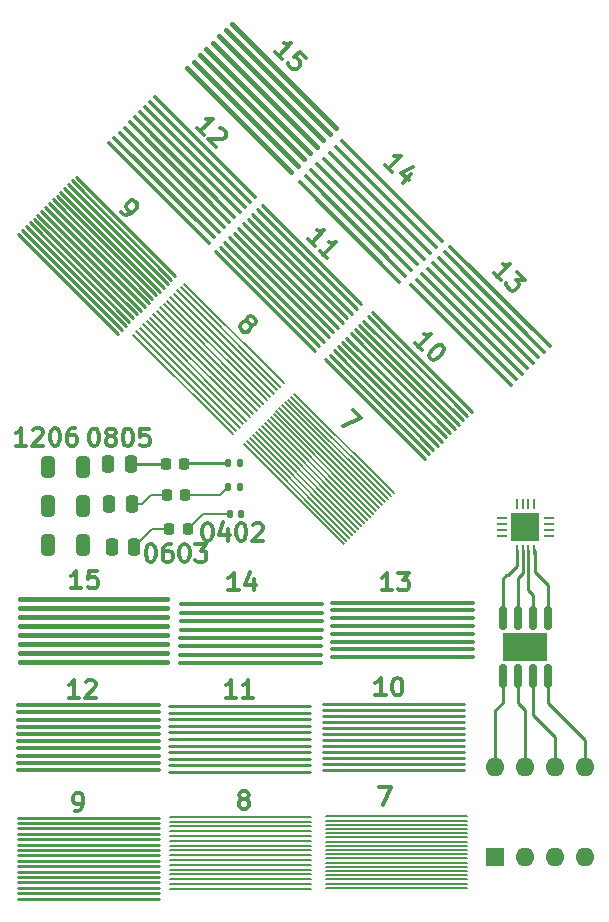
<source format=gbr>
%TF.GenerationSoftware,KiCad,Pcbnew,(6.0.1)*%
%TF.CreationDate,2023-03-31T22:37:06-07:00*%
%TF.ProjectId,test_pcb,74657374-5f70-4636-922e-6b696361645f,rev?*%
%TF.SameCoordinates,Original*%
%TF.FileFunction,Copper,L1,Top*%
%TF.FilePolarity,Positive*%
%FSLAX46Y46*%
G04 Gerber Fmt 4.6, Leading zero omitted, Abs format (unit mm)*
G04 Created by KiCad (PCBNEW (6.0.1)) date 2023-03-31 22:37:06*
%MOMM*%
%LPD*%
G01*
G04 APERTURE LIST*
G04 Aperture macros list*
%AMRoundRect*
0 Rectangle with rounded corners*
0 $1 Rounding radius*
0 $2 $3 $4 $5 $6 $7 $8 $9 X,Y pos of 4 corners*
0 Add a 4 corners polygon primitive as box body*
4,1,4,$2,$3,$4,$5,$6,$7,$8,$9,$2,$3,0*
0 Add four circle primitives for the rounded corners*
1,1,$1+$1,$2,$3*
1,1,$1+$1,$4,$5*
1,1,$1+$1,$6,$7*
1,1,$1+$1,$8,$9*
0 Add four rect primitives between the rounded corners*
20,1,$1+$1,$2,$3,$4,$5,0*
20,1,$1+$1,$4,$5,$6,$7,0*
20,1,$1+$1,$6,$7,$8,$9,0*
20,1,$1+$1,$8,$9,$2,$3,0*%
G04 Aperture macros list end*
%ADD10C,0.300000*%
%TA.AperFunction,NonConductor*%
%ADD11C,0.300000*%
%TD*%
%TA.AperFunction,SMDPad,CuDef*%
%ADD12RoundRect,0.250000X-0.325000X-0.650000X0.325000X-0.650000X0.325000X0.650000X-0.325000X0.650000X0*%
%TD*%
%TA.AperFunction,SMDPad,CuDef*%
%ADD13RoundRect,0.140000X-0.140000X-0.170000X0.140000X-0.170000X0.140000X0.170000X-0.140000X0.170000X0*%
%TD*%
%TA.AperFunction,SMDPad,CuDef*%
%ADD14RoundRect,0.225000X-0.225000X-0.250000X0.225000X-0.250000X0.225000X0.250000X-0.225000X0.250000X0*%
%TD*%
%TA.AperFunction,SMDPad,CuDef*%
%ADD15RoundRect,0.250000X-0.250000X-0.475000X0.250000X-0.475000X0.250000X0.475000X-0.250000X0.475000X0*%
%TD*%
%TA.AperFunction,SMDPad,CuDef*%
%ADD16RoundRect,0.062500X0.062500X-0.337500X0.062500X0.337500X-0.062500X0.337500X-0.062500X-0.337500X0*%
%TD*%
%TA.AperFunction,SMDPad,CuDef*%
%ADD17RoundRect,0.062500X0.337500X-0.062500X0.337500X0.062500X-0.337500X0.062500X-0.337500X-0.062500X0*%
%TD*%
%TA.AperFunction,SMDPad,CuDef*%
%ADD18R,2.450000X2.450000*%
%TD*%
%TA.AperFunction,SMDPad,CuDef*%
%ADD19RoundRect,0.150000X0.150000X-0.825000X0.150000X0.825000X-0.150000X0.825000X-0.150000X-0.825000X0*%
%TD*%
%TA.AperFunction,SMDPad,CuDef*%
%ADD20R,3.810000X2.410000*%
%TD*%
%TA.AperFunction,ComponentPad*%
%ADD21R,1.600000X1.600000*%
%TD*%
%TA.AperFunction,ComponentPad*%
%ADD22O,1.600000X1.600000*%
%TD*%
%TA.AperFunction,Conductor*%
%ADD23C,0.200000*%
%TD*%
%TA.AperFunction,Conductor*%
%ADD24C,0.381000*%
%TD*%
%TA.AperFunction,Conductor*%
%ADD25C,0.355600*%
%TD*%
%TA.AperFunction,Conductor*%
%ADD26C,0.330200*%
%TD*%
%TA.AperFunction,Conductor*%
%ADD27C,0.228600*%
%TD*%
%TA.AperFunction,Conductor*%
%ADD28C,0.203200*%
%TD*%
%TA.AperFunction,Conductor*%
%ADD29C,0.304800*%
%TD*%
%TA.AperFunction,Conductor*%
%ADD30C,0.279400*%
%TD*%
%TA.AperFunction,Conductor*%
%ADD31C,0.177800*%
%TD*%
%TA.AperFunction,Conductor*%
%ADD32C,0.254000*%
%TD*%
%TA.AperFunction,Conductor*%
%ADD33C,0.250000*%
%TD*%
G04 APERTURE END LIST*
D10*
D11*
X26977052Y-49275833D02*
X27119909Y-49275833D01*
X27262766Y-49347262D01*
X27334195Y-49418690D01*
X27405623Y-49561547D01*
X27477052Y-49847262D01*
X27477052Y-50204404D01*
X27405623Y-50490119D01*
X27334195Y-50632976D01*
X27262766Y-50704404D01*
X27119909Y-50775833D01*
X26977052Y-50775833D01*
X26834195Y-50704404D01*
X26762766Y-50632976D01*
X26691338Y-50490119D01*
X26619909Y-50204404D01*
X26619909Y-49847262D01*
X26691338Y-49561547D01*
X26762766Y-49418690D01*
X26834195Y-49347262D01*
X26977052Y-49275833D01*
X28334195Y-49918690D02*
X28191338Y-49847262D01*
X28119909Y-49775833D01*
X28048480Y-49632976D01*
X28048480Y-49561547D01*
X28119909Y-49418690D01*
X28191338Y-49347262D01*
X28334195Y-49275833D01*
X28619909Y-49275833D01*
X28762766Y-49347262D01*
X28834195Y-49418690D01*
X28905623Y-49561547D01*
X28905623Y-49632976D01*
X28834195Y-49775833D01*
X28762766Y-49847262D01*
X28619909Y-49918690D01*
X28334195Y-49918690D01*
X28191338Y-49990119D01*
X28119909Y-50061547D01*
X28048480Y-50204404D01*
X28048480Y-50490119D01*
X28119909Y-50632976D01*
X28191338Y-50704404D01*
X28334195Y-50775833D01*
X28619909Y-50775833D01*
X28762766Y-50704404D01*
X28834195Y-50632976D01*
X28905623Y-50490119D01*
X28905623Y-50204404D01*
X28834195Y-50061547D01*
X28762766Y-49990119D01*
X28619909Y-49918690D01*
X29834195Y-49275833D02*
X29977052Y-49275833D01*
X30119909Y-49347262D01*
X30191338Y-49418690D01*
X30262766Y-49561547D01*
X30334195Y-49847262D01*
X30334195Y-50204404D01*
X30262766Y-50490119D01*
X30191338Y-50632976D01*
X30119909Y-50704404D01*
X29977052Y-50775833D01*
X29834195Y-50775833D01*
X29691338Y-50704404D01*
X29619909Y-50632976D01*
X29548480Y-50490119D01*
X29477052Y-50204404D01*
X29477052Y-49847262D01*
X29548480Y-49561547D01*
X29619909Y-49418690D01*
X29691338Y-49347262D01*
X29834195Y-49275833D01*
X31691338Y-49275833D02*
X30977052Y-49275833D01*
X30905623Y-49990119D01*
X30977052Y-49918690D01*
X31119909Y-49847262D01*
X31477052Y-49847262D01*
X31619909Y-49918690D01*
X31691338Y-49990119D01*
X31762766Y-50132976D01*
X31762766Y-50490119D01*
X31691338Y-50632976D01*
X31619909Y-50704404D01*
X31477052Y-50775833D01*
X31119909Y-50775833D01*
X30977052Y-50704404D01*
X30905623Y-50632976D01*
D10*
D11*
X21320652Y-50719433D02*
X20463509Y-50719433D01*
X20892080Y-50719433D02*
X20892080Y-49219433D01*
X20749223Y-49433719D01*
X20606366Y-49576576D01*
X20463509Y-49648004D01*
X21892080Y-49362290D02*
X21963509Y-49290862D01*
X22106366Y-49219433D01*
X22463509Y-49219433D01*
X22606366Y-49290862D01*
X22677795Y-49362290D01*
X22749223Y-49505147D01*
X22749223Y-49648004D01*
X22677795Y-49862290D01*
X21820652Y-50719433D01*
X22749223Y-50719433D01*
X23677795Y-49219433D02*
X23820652Y-49219433D01*
X23963509Y-49290862D01*
X24034938Y-49362290D01*
X24106366Y-49505147D01*
X24177795Y-49790862D01*
X24177795Y-50148004D01*
X24106366Y-50433719D01*
X24034938Y-50576576D01*
X23963509Y-50648004D01*
X23820652Y-50719433D01*
X23677795Y-50719433D01*
X23534938Y-50648004D01*
X23463509Y-50576576D01*
X23392080Y-50433719D01*
X23320652Y-50148004D01*
X23320652Y-49790862D01*
X23392080Y-49505147D01*
X23463509Y-49362290D01*
X23534938Y-49290862D01*
X23677795Y-49219433D01*
X25463509Y-49219433D02*
X25177795Y-49219433D01*
X25034938Y-49290862D01*
X24963509Y-49362290D01*
X24820652Y-49576576D01*
X24749223Y-49862290D01*
X24749223Y-50433719D01*
X24820652Y-50576576D01*
X24892080Y-50648004D01*
X25034938Y-50719433D01*
X25320652Y-50719433D01*
X25463509Y-50648004D01*
X25534938Y-50576576D01*
X25606366Y-50433719D01*
X25606366Y-50076576D01*
X25534938Y-49933719D01*
X25463509Y-49862290D01*
X25320652Y-49790862D01*
X25034938Y-49790862D01*
X24892080Y-49862290D01*
X24820652Y-49933719D01*
X24749223Y-50076576D01*
D10*
D11*
X29293780Y-30950727D02*
X29495810Y-31152758D01*
X29647333Y-31203266D01*
X29748348Y-31203266D01*
X30000886Y-31152758D01*
X30253424Y-31001235D01*
X30657485Y-30597174D01*
X30707993Y-30445651D01*
X30707993Y-30344636D01*
X30657485Y-30193113D01*
X30455455Y-29991083D01*
X30303932Y-29940575D01*
X30202917Y-29940575D01*
X30051394Y-29991083D01*
X29798856Y-30243621D01*
X29748348Y-30395144D01*
X29748348Y-30496159D01*
X29798856Y-30647682D01*
X30000886Y-30849712D01*
X30152409Y-30900220D01*
X30253424Y-30900220D01*
X30404947Y-30849712D01*
D10*
D11*
X42997650Y-18001197D02*
X42391558Y-17395106D01*
X42694604Y-17698152D02*
X43755264Y-16637492D01*
X43502726Y-16687999D01*
X43300695Y-16687999D01*
X43149172Y-16637492D01*
X45017955Y-17900182D02*
X44512878Y-17395106D01*
X43957294Y-17849675D01*
X44058310Y-17849675D01*
X44209833Y-17900182D01*
X44462371Y-18152720D01*
X44512878Y-18304243D01*
X44512878Y-18405258D01*
X44462371Y-18556781D01*
X44209833Y-18809319D01*
X44058310Y-18859827D01*
X43957294Y-18859827D01*
X43805772Y-18809319D01*
X43553233Y-18556781D01*
X43502726Y-18405258D01*
X43502726Y-18304243D01*
D10*
D11*
X48935731Y-47717016D02*
X49642838Y-48424123D01*
X48127609Y-49030215D01*
D10*
D11*
X40058772Y-40252090D02*
X40008265Y-40100567D01*
X40008265Y-39999552D01*
X40058772Y-39848029D01*
X40109280Y-39797522D01*
X40260803Y-39747014D01*
X40361818Y-39747014D01*
X40513341Y-39797522D01*
X40715371Y-39999552D01*
X40765879Y-40151075D01*
X40765879Y-40252090D01*
X40715371Y-40403613D01*
X40664864Y-40454121D01*
X40513341Y-40504628D01*
X40412326Y-40504628D01*
X40260803Y-40454121D01*
X40058772Y-40252090D01*
X39907249Y-40201583D01*
X39806234Y-40201583D01*
X39654711Y-40252090D01*
X39452681Y-40454121D01*
X39402173Y-40605644D01*
X39402173Y-40706659D01*
X39452681Y-40858182D01*
X39654711Y-41060212D01*
X39806234Y-41110720D01*
X39907249Y-41110720D01*
X40058772Y-41060212D01*
X40260803Y-40858182D01*
X40311310Y-40706659D01*
X40311310Y-40605644D01*
X40260803Y-40454121D01*
D10*
D11*
X54815668Y-42643020D02*
X54209576Y-42036929D01*
X54512622Y-42339975D02*
X55573282Y-41279315D01*
X55320744Y-41329822D01*
X55118713Y-41329822D01*
X54967190Y-41279315D01*
X56532927Y-42238959D02*
X56633942Y-42339975D01*
X56684450Y-42491498D01*
X56684450Y-42592513D01*
X56633942Y-42744036D01*
X56482419Y-42996574D01*
X56229881Y-43249112D01*
X55977343Y-43400635D01*
X55825820Y-43451142D01*
X55724805Y-43451142D01*
X55573282Y-43400635D01*
X55472267Y-43299620D01*
X55421759Y-43148097D01*
X55421759Y-43047081D01*
X55472267Y-42895559D01*
X55623790Y-42643020D01*
X55876328Y-42390482D01*
X56128866Y-42238959D01*
X56280389Y-42188452D01*
X56381404Y-42188452D01*
X56532927Y-42238959D01*
D10*
D11*
X52301196Y-27556190D02*
X51695104Y-26950099D01*
X51998150Y-27253145D02*
X53058810Y-26192485D01*
X52806272Y-26242992D01*
X52604241Y-26242992D01*
X52452718Y-26192485D01*
X53917440Y-27758221D02*
X53210333Y-28465328D01*
X54068962Y-27101622D02*
X53058810Y-27606698D01*
X53715409Y-28263297D01*
D10*
D11*
X45763569Y-33842368D02*
X45157477Y-33236277D01*
X45460523Y-33539323D02*
X46521183Y-32478663D01*
X46268645Y-32529170D01*
X46066614Y-32529170D01*
X45915091Y-32478663D01*
X46773721Y-34852521D02*
X46167630Y-34246429D01*
X46470675Y-34549475D02*
X47531335Y-33488815D01*
X47278797Y-33539323D01*
X47076767Y-33539323D01*
X46925244Y-33488815D01*
D10*
D11*
X36334300Y-24413099D02*
X35728208Y-23807008D01*
X36031254Y-24110054D02*
X37091914Y-23049394D01*
X36839376Y-23099901D01*
X36637345Y-23099901D01*
X36485822Y-23049394D01*
X37698005Y-23857516D02*
X37799021Y-23857516D01*
X37950544Y-23908023D01*
X38203082Y-24160561D01*
X38253589Y-24312084D01*
X38253589Y-24413099D01*
X38203082Y-24564622D01*
X38102066Y-24665638D01*
X37900036Y-24766653D01*
X36687853Y-24766653D01*
X37344452Y-25423252D01*
D10*
D11*
X61479018Y-36734012D02*
X60872926Y-36127921D01*
X61175972Y-36430967D02*
X62236632Y-35370307D01*
X61984094Y-35420814D01*
X61782063Y-35420814D01*
X61630540Y-35370307D01*
X62893231Y-36026906D02*
X63549830Y-36683505D01*
X62792216Y-36734012D01*
X62943739Y-36885535D01*
X62994246Y-37037058D01*
X62994246Y-37138073D01*
X62943739Y-37289596D01*
X62691201Y-37542134D01*
X62539678Y-37592642D01*
X62438662Y-37592642D01*
X62287140Y-37542134D01*
X61984094Y-37239089D01*
X61933586Y-37087566D01*
X61933586Y-36986551D01*
D10*
D11*
X51160738Y-79623233D02*
X52160738Y-79623233D01*
X51517880Y-81123233D01*
D10*
D11*
X39605280Y-80621690D02*
X39462423Y-80550262D01*
X39390995Y-80478833D01*
X39319566Y-80335976D01*
X39319566Y-80264547D01*
X39390995Y-80121690D01*
X39462423Y-80050262D01*
X39605280Y-79978833D01*
X39890995Y-79978833D01*
X40033852Y-80050262D01*
X40105280Y-80121690D01*
X40176709Y-80264547D01*
X40176709Y-80335976D01*
X40105280Y-80478833D01*
X40033852Y-80550262D01*
X39890995Y-80621690D01*
X39605280Y-80621690D01*
X39462423Y-80693119D01*
X39390995Y-80764547D01*
X39319566Y-80907404D01*
X39319566Y-81193119D01*
X39390995Y-81335976D01*
X39462423Y-81407404D01*
X39605280Y-81478833D01*
X39890995Y-81478833D01*
X40033852Y-81407404D01*
X40105280Y-81335976D01*
X40176709Y-81193119D01*
X40176709Y-80907404D01*
X40105280Y-80764547D01*
X40033852Y-80693119D01*
X39890995Y-80621690D01*
D10*
D11*
X25416223Y-81656633D02*
X25701938Y-81656633D01*
X25844795Y-81585204D01*
X25916223Y-81513776D01*
X26059080Y-81299490D01*
X26130509Y-81013776D01*
X26130509Y-80442347D01*
X26059080Y-80299490D01*
X25987652Y-80228062D01*
X25844795Y-80156633D01*
X25559080Y-80156633D01*
X25416223Y-80228062D01*
X25344795Y-80299490D01*
X25273366Y-80442347D01*
X25273366Y-80799490D01*
X25344795Y-80942347D01*
X25416223Y-81013776D01*
X25559080Y-81085204D01*
X25844795Y-81085204D01*
X25987652Y-81013776D01*
X26059080Y-80942347D01*
X26130509Y-80799490D01*
D10*
D11*
X51730623Y-71877633D02*
X50873480Y-71877633D01*
X51302052Y-71877633D02*
X51302052Y-70377633D01*
X51159195Y-70591919D01*
X51016338Y-70734776D01*
X50873480Y-70806204D01*
X52659195Y-70377633D02*
X52802052Y-70377633D01*
X52944909Y-70449062D01*
X53016338Y-70520490D01*
X53087766Y-70663347D01*
X53159195Y-70949062D01*
X53159195Y-71306204D01*
X53087766Y-71591919D01*
X53016338Y-71734776D01*
X52944909Y-71806204D01*
X52802052Y-71877633D01*
X52659195Y-71877633D01*
X52516338Y-71806204D01*
X52444909Y-71734776D01*
X52373480Y-71591919D01*
X52302052Y-71306204D01*
X52302052Y-70949062D01*
X52373480Y-70663347D01*
X52444909Y-70520490D01*
X52516338Y-70449062D01*
X52659195Y-70377633D01*
D10*
D11*
X39106823Y-72055433D02*
X38249680Y-72055433D01*
X38678252Y-72055433D02*
X38678252Y-70555433D01*
X38535395Y-70769719D01*
X38392538Y-70912576D01*
X38249680Y-70984004D01*
X40535395Y-72055433D02*
X39678252Y-72055433D01*
X40106823Y-72055433D02*
X40106823Y-70555433D01*
X39963966Y-70769719D01*
X39821109Y-70912576D01*
X39678252Y-70984004D01*
D10*
D11*
X25771823Y-72055433D02*
X24914680Y-72055433D01*
X25343252Y-72055433D02*
X25343252Y-70555433D01*
X25200395Y-70769719D01*
X25057538Y-70912576D01*
X24914680Y-70984004D01*
X26343252Y-70698290D02*
X26414680Y-70626862D01*
X26557538Y-70555433D01*
X26914680Y-70555433D01*
X27057538Y-70626862D01*
X27128966Y-70698290D01*
X27200395Y-70841147D01*
X27200395Y-70984004D01*
X27128966Y-71198290D01*
X26271823Y-72055433D01*
X27200395Y-72055433D01*
D10*
D11*
X52264023Y-62987633D02*
X51406880Y-62987633D01*
X51835452Y-62987633D02*
X51835452Y-61487633D01*
X51692595Y-61701919D01*
X51549738Y-61844776D01*
X51406880Y-61916204D01*
X52764023Y-61487633D02*
X53692595Y-61487633D01*
X53192595Y-62059062D01*
X53406880Y-62059062D01*
X53549738Y-62130490D01*
X53621166Y-62201919D01*
X53692595Y-62344776D01*
X53692595Y-62701919D01*
X53621166Y-62844776D01*
X53549738Y-62916204D01*
X53406880Y-62987633D01*
X52978309Y-62987633D01*
X52835452Y-62916204D01*
X52764023Y-62844776D01*
D10*
D11*
X39284623Y-62987633D02*
X38427480Y-62987633D01*
X38856052Y-62987633D02*
X38856052Y-61487633D01*
X38713195Y-61701919D01*
X38570338Y-61844776D01*
X38427480Y-61916204D01*
X40570338Y-61987633D02*
X40570338Y-62987633D01*
X40213195Y-61416204D02*
X39856052Y-62487633D01*
X40784623Y-62487633D01*
D10*
D11*
X25949623Y-62809833D02*
X25092480Y-62809833D01*
X25521052Y-62809833D02*
X25521052Y-61309833D01*
X25378195Y-61524119D01*
X25235338Y-61666976D01*
X25092480Y-61738404D01*
X27306766Y-61309833D02*
X26592480Y-61309833D01*
X26521052Y-62024119D01*
X26592480Y-61952690D01*
X26735338Y-61881262D01*
X27092480Y-61881262D01*
X27235338Y-61952690D01*
X27306766Y-62024119D01*
X27378195Y-62166976D01*
X27378195Y-62524119D01*
X27306766Y-62666976D01*
X27235338Y-62738404D01*
X27092480Y-62809833D01*
X26735338Y-62809833D01*
X26592480Y-62738404D01*
X26521052Y-62666976D01*
D10*
D11*
X36578252Y-57276833D02*
X36721109Y-57276833D01*
X36863966Y-57348262D01*
X36935395Y-57419690D01*
X37006823Y-57562547D01*
X37078252Y-57848262D01*
X37078252Y-58205404D01*
X37006823Y-58491119D01*
X36935395Y-58633976D01*
X36863966Y-58705404D01*
X36721109Y-58776833D01*
X36578252Y-58776833D01*
X36435395Y-58705404D01*
X36363966Y-58633976D01*
X36292538Y-58491119D01*
X36221109Y-58205404D01*
X36221109Y-57848262D01*
X36292538Y-57562547D01*
X36363966Y-57419690D01*
X36435395Y-57348262D01*
X36578252Y-57276833D01*
X38363966Y-57776833D02*
X38363966Y-58776833D01*
X38006823Y-57205404D02*
X37649680Y-58276833D01*
X38578252Y-58276833D01*
X39435395Y-57276833D02*
X39578252Y-57276833D01*
X39721109Y-57348262D01*
X39792538Y-57419690D01*
X39863966Y-57562547D01*
X39935395Y-57848262D01*
X39935395Y-58205404D01*
X39863966Y-58491119D01*
X39792538Y-58633976D01*
X39721109Y-58705404D01*
X39578252Y-58776833D01*
X39435395Y-58776833D01*
X39292538Y-58705404D01*
X39221109Y-58633976D01*
X39149680Y-58491119D01*
X39078252Y-58205404D01*
X39078252Y-57848262D01*
X39149680Y-57562547D01*
X39221109Y-57419690D01*
X39292538Y-57348262D01*
X39435395Y-57276833D01*
X40506823Y-57419690D02*
X40578252Y-57348262D01*
X40721109Y-57276833D01*
X41078252Y-57276833D01*
X41221109Y-57348262D01*
X41292538Y-57419690D01*
X41363966Y-57562547D01*
X41363966Y-57705404D01*
X41292538Y-57919690D01*
X40435395Y-58776833D01*
X41363966Y-58776833D01*
D10*
D11*
X31777652Y-59054833D02*
X31920509Y-59054833D01*
X32063366Y-59126262D01*
X32134795Y-59197690D01*
X32206223Y-59340547D01*
X32277652Y-59626262D01*
X32277652Y-59983404D01*
X32206223Y-60269119D01*
X32134795Y-60411976D01*
X32063366Y-60483404D01*
X31920509Y-60554833D01*
X31777652Y-60554833D01*
X31634795Y-60483404D01*
X31563366Y-60411976D01*
X31491938Y-60269119D01*
X31420509Y-59983404D01*
X31420509Y-59626262D01*
X31491938Y-59340547D01*
X31563366Y-59197690D01*
X31634795Y-59126262D01*
X31777652Y-59054833D01*
X33563366Y-59054833D02*
X33277652Y-59054833D01*
X33134795Y-59126262D01*
X33063366Y-59197690D01*
X32920509Y-59411976D01*
X32849080Y-59697690D01*
X32849080Y-60269119D01*
X32920509Y-60411976D01*
X32991938Y-60483404D01*
X33134795Y-60554833D01*
X33420509Y-60554833D01*
X33563366Y-60483404D01*
X33634795Y-60411976D01*
X33706223Y-60269119D01*
X33706223Y-59911976D01*
X33634795Y-59769119D01*
X33563366Y-59697690D01*
X33420509Y-59626262D01*
X33134795Y-59626262D01*
X32991938Y-59697690D01*
X32920509Y-59769119D01*
X32849080Y-59911976D01*
X34634795Y-59054833D02*
X34777652Y-59054833D01*
X34920509Y-59126262D01*
X34991938Y-59197690D01*
X35063366Y-59340547D01*
X35134795Y-59626262D01*
X35134795Y-59983404D01*
X35063366Y-60269119D01*
X34991938Y-60411976D01*
X34920509Y-60483404D01*
X34777652Y-60554833D01*
X34634795Y-60554833D01*
X34491938Y-60483404D01*
X34420509Y-60411976D01*
X34349080Y-60269119D01*
X34277652Y-59983404D01*
X34277652Y-59626262D01*
X34349080Y-59340547D01*
X34420509Y-59197690D01*
X34491938Y-59126262D01*
X34634795Y-59054833D01*
X35634795Y-59054833D02*
X36563366Y-59054833D01*
X36063366Y-59626262D01*
X36277652Y-59626262D01*
X36420509Y-59697690D01*
X36491938Y-59769119D01*
X36563366Y-59911976D01*
X36563366Y-60269119D01*
X36491938Y-60411976D01*
X36420509Y-60483404D01*
X36277652Y-60554833D01*
X35849080Y-60554833D01*
X35706223Y-60483404D01*
X35634795Y-60411976D01*
D12*
%TO.P,REF\u002A\u002A,1*%
%TO.N,N/C*%
X23146138Y-52565062D03*
%TO.P,REF\u002A\u002A,2*%
X26096138Y-52565062D03*
%TD*%
%TO.P,REF\u002A\u002A,1*%
%TO.N,N/C*%
X23146138Y-59165062D03*
%TO.P,REF\u002A\u002A,2*%
X26096138Y-59165062D03*
%TD*%
%TO.P,REF\u002A\u002A,1*%
%TO.N,N/C*%
X23146138Y-55865062D03*
%TO.P,REF\u002A\u002A,2*%
X26096138Y-55865062D03*
%TD*%
D13*
%TO.P,REF\u002A\u002A,2*%
%TO.N,N/C*%
X39476738Y-56486462D03*
%TO.P,REF\u002A\u002A,1*%
X38516738Y-56486462D03*
%TD*%
%TO.P,REF\u002A\u002A,2*%
%TO.N,N/C*%
X39376738Y-54186462D03*
%TO.P,REF\u002A\u002A,1*%
X38416738Y-54186462D03*
%TD*%
%TO.P,REF\u002A\u002A,2*%
%TO.N,N/C*%
X39376738Y-52186462D03*
%TO.P,REF\u002A\u002A,1*%
X38416738Y-52186462D03*
%TD*%
D14*
%TO.P,REF\u002A\u002A,2*%
%TO.N,N/C*%
X34971738Y-57786462D03*
%TO.P,REF\u002A\u002A,1*%
X33421738Y-57786462D03*
%TD*%
%TO.P,REF\u002A\u002A,2*%
%TO.N,N/C*%
X34771738Y-54886462D03*
%TO.P,REF\u002A\u002A,1*%
X33221738Y-54886462D03*
%TD*%
%TO.P,REF\u002A\u002A,2*%
%TO.N,N/C*%
X34671738Y-52286462D03*
%TO.P,REF\u002A\u002A,1*%
X33121738Y-52286462D03*
%TD*%
D15*
%TO.P,REF\u002A\u002A,2*%
%TO.N,N/C*%
X30446738Y-59286462D03*
%TO.P,REF\u002A\u002A,1*%
X28546738Y-59286462D03*
%TD*%
%TO.P,REF\u002A\u002A,2*%
%TO.N,N/C*%
X30246738Y-55686462D03*
%TO.P,REF\u002A\u002A,1*%
X28346738Y-55686462D03*
%TD*%
%TO.P,REF\u002A\u002A,2*%
%TO.N,N/C*%
X30146738Y-52286462D03*
%TO.P,REF\u002A\u002A,1*%
X28246738Y-52286462D03*
%TD*%
D16*
%TO.P,REF\u002A\u002A,1*%
%TO.N,N/C*%
X62825919Y-59573355D03*
%TO.P,REF\u002A\u002A,2*%
X63325919Y-59573355D03*
%TO.P,REF\u002A\u002A,3*%
X63825919Y-59573355D03*
%TO.P,REF\u002A\u002A,4*%
X64325919Y-59573355D03*
D17*
%TO.P,REF\u002A\u002A,5*%
X65525919Y-58373355D03*
%TO.P,REF\u002A\u002A,6*%
X65525919Y-57873355D03*
%TO.P,REF\u002A\u002A,7*%
X65525919Y-57373355D03*
%TO.P,REF\u002A\u002A,8*%
X65525919Y-56873355D03*
D16*
%TO.P,REF\u002A\u002A,9*%
X64325919Y-55673355D03*
%TO.P,REF\u002A\u002A,10*%
X63825919Y-55673355D03*
%TO.P,REF\u002A\u002A,11*%
X63325919Y-55673355D03*
%TO.P,REF\u002A\u002A,12*%
X62825919Y-55673355D03*
D17*
%TO.P,REF\u002A\u002A,13*%
X61625919Y-56873355D03*
%TO.P,REF\u002A\u002A,14*%
X61625919Y-57373355D03*
%TO.P,REF\u002A\u002A,15*%
X61625919Y-57873355D03*
%TO.P,REF\u002A\u002A,16*%
X61625919Y-58373355D03*
D18*
%TO.P,REF\u002A\u002A,17*%
X63575919Y-57623355D03*
%TD*%
D19*
%TO.P,REF\u002A\u002A,1*%
%TO.N,N/C*%
X61670919Y-70258355D03*
%TO.P,REF\u002A\u002A,2*%
X62940919Y-70258355D03*
%TO.P,REF\u002A\u002A,3*%
X64210919Y-70258355D03*
%TO.P,REF\u002A\u002A,4*%
X65480919Y-70258355D03*
%TO.P,REF\u002A\u002A,5*%
X65480919Y-65308355D03*
%TO.P,REF\u002A\u002A,6*%
X64210919Y-65308355D03*
%TO.P,REF\u002A\u002A,7*%
X62940919Y-65308355D03*
%TO.P,REF\u002A\u002A,8*%
X61670919Y-65308355D03*
D20*
%TO.P,REF\u002A\u002A,9*%
X63575919Y-67783355D03*
%TD*%
D21*
%TO.P,REF\u002A\u002A,1*%
%TO.N,N/C*%
X61035919Y-85563355D03*
D22*
%TO.P,REF\u002A\u002A,2*%
X63575919Y-85563355D03*
%TO.P,REF\u002A\u002A,3*%
X66115919Y-85563355D03*
%TO.P,REF\u002A\u002A,4*%
X68655919Y-85563355D03*
%TO.P,REF\u002A\u002A,5*%
X68655919Y-77943355D03*
%TO.P,REF\u002A\u002A,6*%
X66115919Y-77943355D03*
%TO.P,REF\u002A\u002A,7*%
X63575919Y-77943355D03*
%TO.P,REF\u002A\u002A,8*%
X61035919Y-77943355D03*
%TD*%
D23*
%TO.N,*%
X26196138Y-59265062D02*
X26096138Y-59165062D01*
D24*
X38722401Y-14993408D02*
X47523052Y-23794059D01*
D25*
X45457594Y-27404122D02*
X53899035Y-35845563D01*
D26*
X56233901Y-34803853D02*
X64675342Y-43245293D01*
D25*
X46517264Y-26452215D02*
X54958705Y-34893656D01*
X45960489Y-26901228D02*
X54401928Y-35342669D01*
X47020159Y-25949321D02*
X55461600Y-34390762D01*
D26*
X56718834Y-34354841D02*
X65160275Y-42796281D01*
D25*
X44954700Y-27907017D02*
X53396140Y-36348457D01*
X44451806Y-28409911D02*
X52893246Y-36851351D01*
D26*
X55784887Y-35288787D02*
X64226330Y-43730228D01*
D25*
X48025947Y-24943531D02*
X56467388Y-33384973D01*
D27*
X25485505Y-27942938D02*
X33926945Y-36384378D01*
X25162215Y-28266227D02*
X33603655Y-36707667D01*
D28*
X34663326Y-37012996D02*
X43104767Y-45454437D01*
D29*
X28772278Y-24656164D02*
X37213718Y-33097604D01*
X29203331Y-24225112D02*
X37644771Y-32666552D01*
X30496488Y-22931955D02*
X38937927Y-31373396D01*
X30065435Y-23363007D02*
X38506875Y-31804447D01*
X29634383Y-23794059D02*
X38075822Y-32235500D01*
X28341226Y-25087216D02*
X36782665Y-33528657D01*
X31789644Y-21638798D02*
X40231084Y-30080238D01*
X32220697Y-21207746D02*
X40662137Y-29649186D01*
D26*
X55299955Y-35737800D02*
X63741396Y-44179241D01*
X54850941Y-36222733D02*
X63292383Y-44664175D01*
X54366007Y-36671747D02*
X62807448Y-45113187D01*
D29*
X30927540Y-22500903D02*
X39368980Y-30942343D01*
X31358592Y-22069850D02*
X39800031Y-30511291D01*
D26*
X53916993Y-37156681D02*
X62358436Y-45598121D01*
D30*
X38470955Y-33097605D02*
X46912396Y-41539045D01*
X39261217Y-32307341D02*
X47702658Y-40748783D01*
X40446611Y-31121948D02*
X48888052Y-39563389D01*
X40051480Y-31517080D02*
X48492920Y-39958520D01*
X41236874Y-30331686D02*
X49678315Y-38773127D01*
D27*
X23545769Y-29882673D02*
X31987209Y-38324113D01*
D30*
X38866086Y-32702473D02*
X47307527Y-41143914D01*
D27*
X23222480Y-30205962D02*
X31663919Y-38647403D01*
X24192348Y-29236095D02*
X32633788Y-37677535D01*
D30*
X39656349Y-31912211D02*
X48097790Y-40353652D01*
D27*
X23869059Y-29559384D02*
X32310498Y-38000825D01*
D30*
X40841743Y-30726817D02*
X49283183Y-39168257D01*
D25*
X47523053Y-25446428D02*
X55964492Y-33887867D01*
D26*
X57167848Y-33869906D02*
X65609289Y-42311348D01*
D24*
X38183587Y-15532224D02*
X46984238Y-24332875D01*
X36567141Y-17148670D02*
X45367792Y-25949321D01*
X37105956Y-16609856D02*
X45906607Y-25410507D01*
X36028325Y-17687485D02*
X44828976Y-26488136D01*
X34950695Y-18765116D02*
X43751346Y-27565767D01*
X35489510Y-18226301D02*
X44290161Y-27026952D01*
X37644771Y-16071038D02*
X46445422Y-24871689D01*
D27*
X20959456Y-32468987D02*
X29400895Y-40910428D01*
X20636166Y-32792276D02*
X29077606Y-41233716D01*
D31*
X43751346Y-46567989D02*
X52192785Y-55009430D01*
X44002793Y-46316542D02*
X52444231Y-54757983D01*
X43499898Y-46819435D02*
X51941338Y-55260876D01*
D32*
X48421079Y-41574967D02*
X56862519Y-50016407D01*
X46984238Y-43011808D02*
X55425679Y-51453249D01*
X48061867Y-41934177D02*
X56503309Y-50375619D01*
X48780289Y-41215756D02*
X57221730Y-49657197D01*
X47343448Y-42652597D02*
X55784889Y-51094038D01*
X47702658Y-42293387D02*
X56144099Y-50734828D01*
X49139499Y-40856546D02*
X57580940Y-49297987D01*
X49498708Y-40497336D02*
X57940150Y-48938778D01*
X50217130Y-39778915D02*
X58658571Y-48220356D01*
D27*
X22899190Y-30529251D02*
X31340631Y-38970692D01*
D32*
X49857920Y-40138126D02*
X58299360Y-48579566D01*
D27*
X22575902Y-30852541D02*
X31017342Y-39293981D01*
X22252612Y-31175830D02*
X30694052Y-39617270D01*
X21929323Y-31499119D02*
X30370764Y-39940558D01*
D32*
X46625028Y-43371018D02*
X55066468Y-51812460D01*
D31*
X39728191Y-50591144D02*
X48169631Y-59032584D01*
X40482532Y-49836801D02*
X48923972Y-58278242D01*
D28*
X31789644Y-39886678D02*
X40231085Y-48328119D01*
X31214907Y-40461414D02*
X39656349Y-48902856D01*
X33801220Y-37875101D02*
X42242663Y-46316542D01*
X32077012Y-39599309D02*
X40518453Y-48040751D01*
X30352803Y-41323519D02*
X38794244Y-49764960D01*
X30927538Y-40748783D02*
X39368981Y-49190224D01*
X34088589Y-37587732D02*
X42530031Y-46029174D01*
D32*
X50576340Y-39419705D02*
X59017781Y-47861146D01*
D28*
X32364379Y-39311942D02*
X40805822Y-47753383D01*
D31*
X40985427Y-49333908D02*
X49426866Y-57775349D01*
X40231084Y-50088249D02*
X48672526Y-58529690D01*
D28*
X31502275Y-40174047D02*
X39943717Y-48615487D01*
X30640171Y-41036150D02*
X39081612Y-49477591D01*
D31*
X40733980Y-49585355D02*
X49175419Y-58026796D01*
X39979637Y-50339696D02*
X48421078Y-58781137D01*
X41488320Y-48831013D02*
X49929760Y-57272454D01*
D28*
X34375957Y-37300365D02*
X42817399Y-45741805D01*
D31*
X43248451Y-47070883D02*
X51689892Y-55512324D01*
X41739767Y-48579566D02*
X50181209Y-57021007D01*
X41991215Y-48328118D02*
X50432655Y-56769559D01*
X42494110Y-47825225D02*
X50935549Y-56266666D01*
D27*
X21606034Y-31822408D02*
X30047473Y-40263849D01*
D31*
X41236874Y-49082461D02*
X49678314Y-57523901D01*
X42997003Y-47322330D02*
X51438443Y-55763771D01*
D27*
X21282745Y-32145698D02*
X29724185Y-40587138D01*
D31*
X42242663Y-48076672D02*
X50684102Y-56518113D01*
X42745557Y-47573778D02*
X51186997Y-56015218D01*
D28*
X32651748Y-39024573D02*
X41093190Y-47466015D01*
X33513853Y-38162468D02*
X41955294Y-46603910D01*
X32939116Y-38737206D02*
X41380558Y-47178646D01*
X33226485Y-38449837D02*
X41667926Y-46891278D01*
D30*
X37680692Y-33887867D02*
X46122133Y-42329308D01*
D27*
X24838926Y-28589516D02*
X33280367Y-37030957D01*
X24515637Y-28912805D02*
X32957076Y-37354246D01*
D30*
X38075824Y-33492736D02*
X46517263Y-41934177D01*
X37285561Y-34283000D02*
X45727000Y-42724439D01*
D31*
X46682338Y-86743862D02*
X58620338Y-86743862D01*
X46682338Y-86388262D02*
X58620338Y-86388262D01*
X46682338Y-87099462D02*
X58620338Y-87099462D01*
X46682338Y-87455062D02*
X58620338Y-87455062D01*
X46682338Y-87810662D02*
X58620338Y-87810662D01*
X46682338Y-88166262D02*
X58620338Y-88166262D01*
X46682338Y-84610262D02*
X58620338Y-84610262D01*
X46682338Y-84254662D02*
X58620338Y-84254662D01*
X46682338Y-84965862D02*
X58620338Y-84965862D01*
X46682338Y-85321462D02*
X58620338Y-85321462D01*
X46682338Y-85677062D02*
X58620338Y-85677062D01*
X46682338Y-86032662D02*
X58620338Y-86032662D01*
X46682338Y-83543462D02*
X58620338Y-83543462D01*
X46682338Y-83187862D02*
X58620338Y-83187862D01*
X46682338Y-83899062D02*
X58620338Y-83899062D01*
X46682338Y-82832262D02*
X58620338Y-82832262D01*
X46682338Y-82476662D02*
X58620338Y-82476662D01*
X46682338Y-82121062D02*
X58620338Y-82121062D01*
D28*
X33499738Y-85397662D02*
X45437738Y-85397662D01*
X33499738Y-86616862D02*
X45437738Y-86616862D01*
X33499738Y-86210462D02*
X45437738Y-86210462D01*
X33499738Y-85804062D02*
X45437738Y-85804062D01*
X33499738Y-88242462D02*
X45437738Y-88242462D01*
X33499738Y-87023262D02*
X45437738Y-87023262D01*
X33499738Y-87836062D02*
X45437738Y-87836062D01*
X33499738Y-87429662D02*
X45437738Y-87429662D01*
X33499738Y-83772062D02*
X45437738Y-83772062D01*
X33499738Y-84991262D02*
X45437738Y-84991262D01*
X33499738Y-84584862D02*
X45437738Y-84584862D01*
X33499738Y-84178462D02*
X45437738Y-84178462D01*
X33499738Y-82959262D02*
X45437738Y-82959262D01*
X33499738Y-83365662D02*
X45437738Y-83365662D01*
X33499738Y-82552862D02*
X45437738Y-82552862D01*
X33499738Y-82146462D02*
X45437738Y-82146462D01*
D27*
X20596538Y-87709062D02*
X32534538Y-87709062D01*
X20596538Y-88166262D02*
X32534538Y-88166262D01*
X20596538Y-88623462D02*
X32534538Y-88623462D01*
X20596538Y-89080662D02*
X32534538Y-89080662D01*
X20596538Y-85880262D02*
X32534538Y-85880262D01*
X20596538Y-86337462D02*
X32534538Y-86337462D01*
X20596538Y-86794662D02*
X32534538Y-86794662D01*
X20596538Y-87251862D02*
X32534538Y-87251862D01*
X20596538Y-84051462D02*
X32534538Y-84051462D01*
X20596538Y-84508662D02*
X32534538Y-84508662D01*
X20596538Y-84965862D02*
X32534538Y-84965862D01*
X20596538Y-85423062D02*
X32534538Y-85423062D01*
X20596538Y-83137062D02*
X32534538Y-83137062D01*
X20596538Y-83594262D02*
X32534538Y-83594262D01*
X20596538Y-82679862D02*
X32534538Y-82679862D01*
X20596538Y-82222662D02*
X32534538Y-82222662D01*
D32*
X46453738Y-78184062D02*
X58391738Y-78184062D01*
X46453738Y-77168062D02*
X58391738Y-77168062D01*
X46453738Y-77676062D02*
X58391738Y-77676062D01*
X46453738Y-76660062D02*
X58391738Y-76660062D01*
X46453738Y-76152062D02*
X58391738Y-76152062D01*
X46453738Y-75136062D02*
X58391738Y-75136062D01*
X46453738Y-75644062D02*
X58391738Y-75644062D01*
X46453738Y-74628062D02*
X58391738Y-74628062D01*
X46453738Y-74120062D02*
X58391738Y-74120062D01*
X46453738Y-73612062D02*
X58391738Y-73612062D01*
X46453738Y-73104062D02*
X58391738Y-73104062D01*
X46453738Y-72596062D02*
X58391738Y-72596062D01*
D30*
X33423538Y-78361862D02*
X45361538Y-78361862D01*
X33423538Y-77244262D02*
X45361538Y-77244262D01*
X33423538Y-77803062D02*
X45361538Y-77803062D01*
X33423538Y-76126662D02*
X45361538Y-76126662D01*
X33423538Y-76685462D02*
X45361538Y-76685462D01*
X33423538Y-75009062D02*
X45361538Y-75009062D01*
X33423538Y-75567862D02*
X45361538Y-75567862D01*
X33423538Y-73891462D02*
X45361538Y-73891462D01*
X33423538Y-74450262D02*
X45361538Y-74450262D01*
X33423538Y-73332662D02*
X45361538Y-73332662D01*
X33423538Y-72773862D02*
X45361538Y-72773862D01*
D29*
X20596538Y-78184062D02*
X32534538Y-78184062D01*
X20596538Y-77574462D02*
X32534538Y-77574462D01*
X20596538Y-76964862D02*
X32534538Y-76964862D01*
X20596538Y-76355262D02*
X32534538Y-76355262D01*
X20596538Y-75745662D02*
X32534538Y-75745662D01*
X20596538Y-75136062D02*
X32534538Y-75136062D01*
X20596538Y-74526462D02*
X32534538Y-74526462D01*
X20596538Y-73916862D02*
X32534538Y-73916862D01*
X20596538Y-73307262D02*
X32534538Y-73307262D01*
X20596538Y-72697662D02*
X32534538Y-72697662D01*
D26*
X47190338Y-67973262D02*
X59128338Y-67973262D01*
X47215738Y-67312862D02*
X59153738Y-67312862D01*
X47215738Y-68633662D02*
X59153738Y-68633662D01*
X47190338Y-66652462D02*
X59128338Y-66652462D01*
X47215738Y-65992062D02*
X59153738Y-65992062D01*
X47190338Y-65331662D02*
X59128338Y-65331662D01*
X47215738Y-64671262D02*
X59153738Y-64671262D01*
X47190338Y-64010862D02*
X59128338Y-64010862D01*
D25*
X34337938Y-69141662D02*
X46275938Y-69141662D01*
X34337938Y-68430462D02*
X46275938Y-68430462D01*
X34337938Y-67008062D02*
X46275938Y-67008062D01*
X34337938Y-67719262D02*
X46275938Y-67719262D01*
X34414138Y-65585662D02*
X46352138Y-65585662D01*
X34414138Y-66296862D02*
X46352138Y-66296862D01*
X34414138Y-64163262D02*
X46352138Y-64163262D01*
X34414138Y-64874462D02*
X46352138Y-64874462D01*
D24*
X20799738Y-66754062D02*
X33245738Y-66754062D01*
X20799738Y-67516062D02*
X33245738Y-67516062D01*
X20799738Y-69040062D02*
X33245738Y-69040062D01*
X20799738Y-68278062D02*
X33245738Y-68278062D01*
X20799738Y-65230062D02*
X33245738Y-65230062D01*
X20799738Y-65992062D02*
X33245738Y-65992062D01*
X20799738Y-63706062D02*
X33245738Y-63706062D01*
X20799738Y-64468062D02*
X33245738Y-64468062D01*
D23*
X36271738Y-56486462D02*
X34971738Y-57786462D01*
X38516738Y-56486462D02*
X36271738Y-56486462D01*
X37716738Y-54886462D02*
X34771738Y-54886462D01*
X38416738Y-54186462D02*
X37716738Y-54886462D01*
D33*
X34771738Y-52186462D02*
X34671738Y-52286462D01*
X38416738Y-52186462D02*
X34771738Y-52186462D01*
D23*
X31896738Y-54886462D02*
X33221738Y-54886462D01*
X31096738Y-55686462D02*
X31896738Y-54886462D01*
X30246738Y-55686462D02*
X31096738Y-55686462D01*
X31946738Y-57786462D02*
X30446738Y-59286462D01*
X33421738Y-57786462D02*
X31946738Y-57786462D01*
D33*
X33121738Y-52286462D02*
X30146738Y-52286462D01*
D23*
X28146738Y-55886462D02*
X28346738Y-55686462D01*
D33*
X28246738Y-52286462D02*
X27946738Y-52586462D01*
X62955918Y-65293355D02*
X62940918Y-65308355D01*
X62955918Y-61903355D02*
X62955918Y-65293355D01*
X63325918Y-61533355D02*
X62955918Y-61903355D01*
X63325919Y-59573355D02*
X63325918Y-61533355D01*
X64210919Y-63358355D02*
X64210919Y-65308355D01*
X63825919Y-62973356D02*
X64210919Y-63358355D01*
X63825919Y-59573356D02*
X63825919Y-62973356D01*
X65480919Y-62528356D02*
X65480919Y-65308356D01*
X64355919Y-61403356D02*
X65480919Y-62528356D01*
X64355918Y-59603355D02*
X64355919Y-61403356D01*
X64325918Y-59573356D02*
X64355918Y-59603355D01*
X61670918Y-61988355D02*
X61670918Y-65308356D01*
X61955919Y-61703355D02*
X61670918Y-61988355D01*
X62055919Y-61703355D02*
X61955919Y-61703355D01*
X62855918Y-60903356D02*
X62055919Y-61703355D01*
X62825919Y-59573356D02*
X62855918Y-59603355D01*
X62855918Y-59603355D02*
X62855918Y-60903356D01*
X61035919Y-73148355D02*
X61670918Y-72513355D01*
X61670918Y-72513355D02*
X61670918Y-70258355D01*
X61035919Y-77943355D02*
X61035919Y-73148355D01*
X62940919Y-72513355D02*
X62940919Y-70258355D01*
X63575919Y-73148355D02*
X62940919Y-72513355D01*
X63575919Y-77943355D02*
X63575919Y-73148355D01*
X68655919Y-75688355D02*
X68655919Y-77943356D01*
X65480919Y-72513355D02*
X68655919Y-75688355D01*
X65480919Y-70258355D02*
X65480919Y-72513355D01*
X64210919Y-73498356D02*
X66115918Y-75403355D01*
X66115918Y-75403355D02*
X66115919Y-77943356D01*
X64210919Y-70258356D02*
X64210919Y-73498356D01*
%TD*%
M02*

</source>
